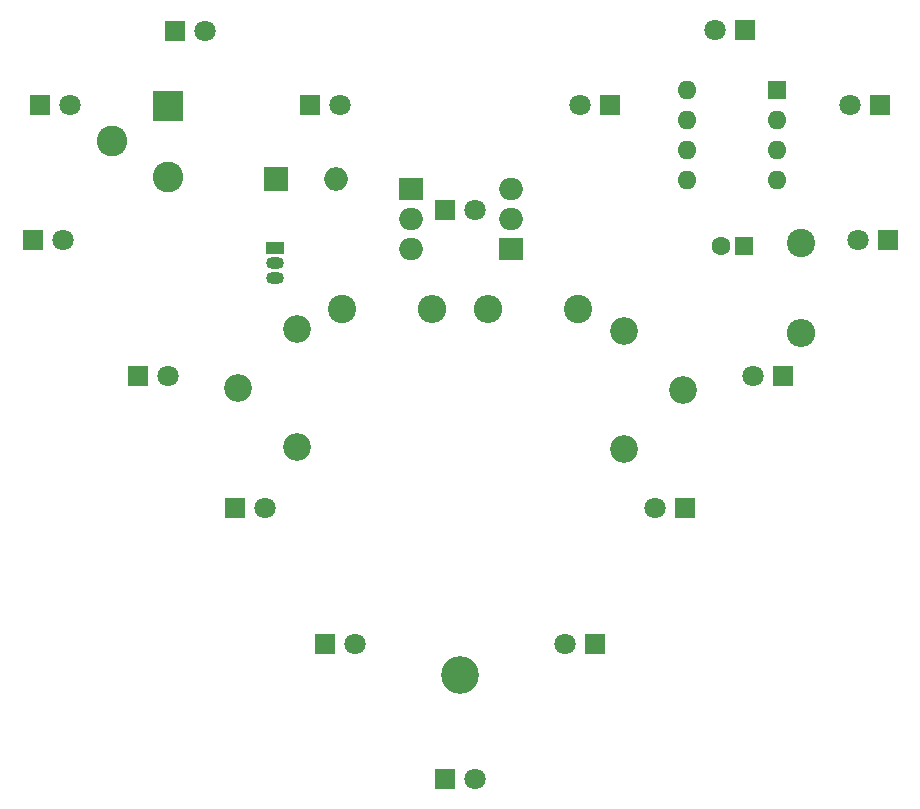
<source format=gbr>
%TF.GenerationSoftware,KiCad,Pcbnew,7.0.10*%
%TF.CreationDate,2024-08-15T14:01:48-03:00*%
%TF.ProjectId,CORAZON LEDS CON FADE,434f5241-5a4f-44e2-904c-45445320434f,rev?*%
%TF.SameCoordinates,Original*%
%TF.FileFunction,Soldermask,Bot*%
%TF.FilePolarity,Negative*%
%FSLAX46Y46*%
G04 Gerber Fmt 4.6, Leading zero omitted, Abs format (unit mm)*
G04 Created by KiCad (PCBNEW 7.0.10) date 2024-08-15 14:01:48*
%MOMM*%
%LPD*%
G01*
G04 APERTURE LIST*
%ADD10C,1.800000*%
%ADD11R,1.800000X1.800000*%
%ADD12C,3.200000*%
%ADD13O,1.500000X1.050000*%
%ADD14R,1.500000X1.050000*%
%ADD15O,2.000000X1.905000*%
%ADD16R,2.000000X1.905000*%
%ADD17O,2.400000X2.400000*%
%ADD18C,2.400000*%
%ADD19C,2.600000*%
%ADD20R,2.600000X2.600000*%
%ADD21C,1.600000*%
%ADD22R,1.600000X1.600000*%
%ADD23C,2.340000*%
%ADD24O,2.000000X2.000000*%
%ADD25R,2.000000X2.000000*%
%ADD26O,1.600000X1.600000*%
G04 APERTURE END LIST*
D10*
%TO.C,D12*%
X127630000Y-84940000D03*
D11*
X125090000Y-84940000D03*
%TD*%
D10*
%TO.C,D9*%
X160660000Y-84940000D03*
D11*
X163200000Y-84940000D03*
%TD*%
D10*
%TO.C,D6*%
X135250000Y-96420000D03*
D11*
X132710000Y-96420000D03*
%TD*%
D10*
%TO.C,D1*%
X145410000Y-59690000D03*
D11*
X142870000Y-59690000D03*
%TD*%
D10*
%TO.C,D5*%
X110480000Y-62280000D03*
D11*
X107940000Y-62280000D03*
%TD*%
D10*
%TO.C,D16*%
X154310000Y-50800000D03*
D11*
X156850000Y-50800000D03*
%TD*%
D10*
%TO.C,D3*%
X122550000Y-44600000D03*
D11*
X120010000Y-44600000D03*
%TD*%
D12*
%TO.C,REF\u002A\u002A*%
X144145000Y-99060000D03*
%TD*%
D10*
%TO.C,D7*%
X145410000Y-107900000D03*
D11*
X142870000Y-107900000D03*
%TD*%
D10*
%TO.C,D15*%
X165740000Y-44490000D03*
D11*
X168280000Y-44490000D03*
%TD*%
D10*
%TO.C,D2*%
X133980000Y-50800000D03*
D11*
X131440000Y-50800000D03*
%TD*%
D10*
%TO.C,D13*%
X177810000Y-62280000D03*
D11*
X180350000Y-62280000D03*
%TD*%
D10*
%TO.C,D11*%
X119375000Y-73760000D03*
D11*
X116835000Y-73760000D03*
%TD*%
D10*
%TO.C,D8*%
X153040000Y-96420000D03*
D11*
X155580000Y-96420000D03*
%TD*%
D10*
%TO.C,D10*%
X168915000Y-73760000D03*
D11*
X171455000Y-73760000D03*
%TD*%
D10*
%TO.C,D14*%
X177170000Y-50800000D03*
D11*
X179710000Y-50800000D03*
%TD*%
D10*
%TO.C,D4*%
X111120000Y-50800000D03*
D11*
X108580000Y-50800000D03*
%TD*%
D13*
%TO.C,U2*%
X128494000Y-65502000D03*
X128494000Y-64232000D03*
D14*
X128494000Y-62962000D03*
%TD*%
D15*
%TO.C,Q1*%
X139954000Y-62992000D03*
X139954000Y-60452000D03*
D16*
X139954000Y-57912000D03*
%TD*%
D17*
%TO.C,R2*%
X141778000Y-68072000D03*
D18*
X134158000Y-68072000D03*
%TD*%
D19*
%TO.C,J1*%
X114680000Y-53896000D03*
X119380000Y-56896000D03*
D20*
X119380000Y-50896000D03*
%TD*%
D21*
%TO.C,C1*%
X166189113Y-62738000D03*
D22*
X168189113Y-62738000D03*
%TD*%
D23*
%TO.C,RV2*%
X130304000Y-79752000D03*
X125304000Y-74752000D03*
X130304000Y-69752000D03*
%TD*%
D17*
%TO.C,R3*%
X172974000Y-70104000D03*
D18*
X172974000Y-62484000D03*
%TD*%
D15*
%TO.C,Q2*%
X148407000Y-57912000D03*
X148407000Y-60452000D03*
D16*
X148407000Y-62992000D03*
%TD*%
D24*
%TO.C,SW1*%
X133614000Y-57112000D03*
D25*
X128534000Y-57112000D03*
%TD*%
D23*
%TO.C,RV1*%
X158028000Y-69930000D03*
X163028000Y-74930000D03*
X158028000Y-79930000D03*
%TD*%
D17*
%TO.C,R1*%
X146512000Y-68072000D03*
D18*
X154132000Y-68072000D03*
%TD*%
D26*
%TO.C,U1*%
X163312000Y-49540000D03*
X163312000Y-52080000D03*
X163312000Y-54620000D03*
X163312000Y-57160000D03*
X170932000Y-57160000D03*
X170932000Y-54620000D03*
X170932000Y-52080000D03*
D22*
X170932000Y-49540000D03*
%TD*%
M02*

</source>
